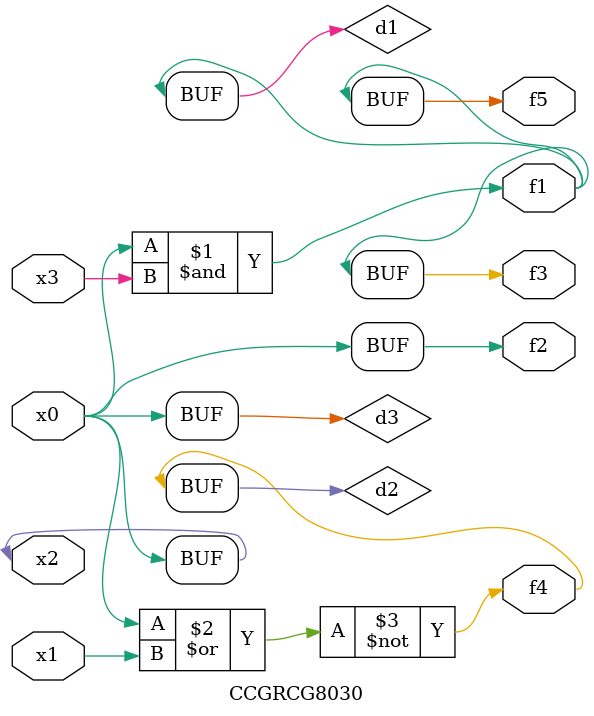
<source format=v>
module CCGRCG8030(
	input x0, x1, x2, x3,
	output f1, f2, f3, f4, f5
);

	wire d1, d2, d3;

	and (d1, x2, x3);
	nor (d2, x0, x1);
	buf (d3, x0, x2);
	assign f1 = d1;
	assign f2 = d3;
	assign f3 = d1;
	assign f4 = d2;
	assign f5 = d1;
endmodule

</source>
